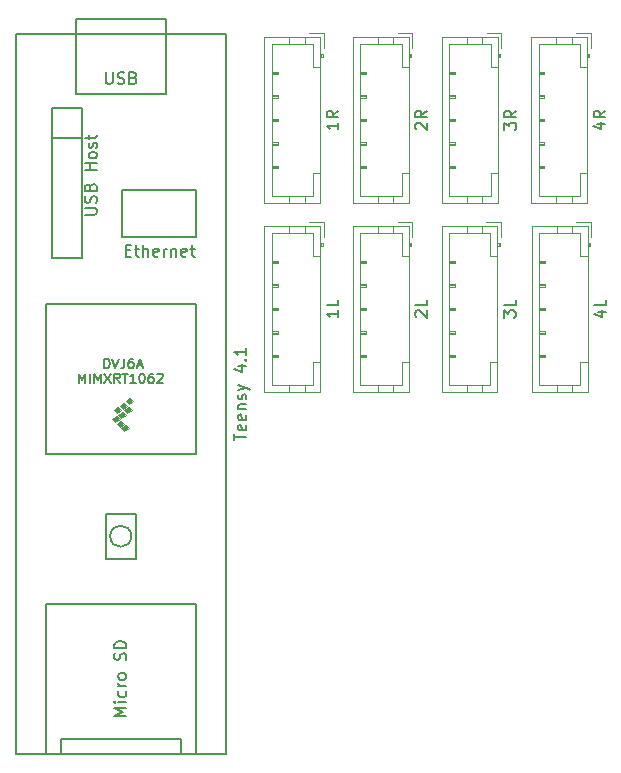
<source format=gto>
%TF.GenerationSoftware,KiCad,Pcbnew,9.0.4*%
%TF.CreationDate,2025-09-16T15:38:44-04:00*%
%TF.ProjectId,mic,6d69632e-6b69-4636-9164-5f7063625858,rev?*%
%TF.SameCoordinates,Original*%
%TF.FileFunction,Legend,Top*%
%TF.FilePolarity,Positive*%
%FSLAX46Y46*%
G04 Gerber Fmt 4.6, Leading zero omitted, Abs format (unit mm)*
G04 Created by KiCad (PCBNEW 9.0.4) date 2025-09-16 15:38:44*
%MOMM*%
%LPD*%
G01*
G04 APERTURE LIST*
%ADD10C,0.150000*%
%ADD11C,0.120000*%
%ADD12C,0.100000*%
G04 APERTURE END LIST*
D10*
X223354819Y-56738094D02*
X223354819Y-56119047D01*
X223354819Y-56119047D02*
X223735771Y-56452380D01*
X223735771Y-56452380D02*
X223735771Y-56309523D01*
X223735771Y-56309523D02*
X223783390Y-56214285D01*
X223783390Y-56214285D02*
X223831009Y-56166666D01*
X223831009Y-56166666D02*
X223926247Y-56119047D01*
X223926247Y-56119047D02*
X224164342Y-56119047D01*
X224164342Y-56119047D02*
X224259580Y-56166666D01*
X224259580Y-56166666D02*
X224307200Y-56214285D01*
X224307200Y-56214285D02*
X224354819Y-56309523D01*
X224354819Y-56309523D02*
X224354819Y-56595237D01*
X224354819Y-56595237D02*
X224307200Y-56690475D01*
X224307200Y-56690475D02*
X224259580Y-56738094D01*
X224354819Y-55214285D02*
X224354819Y-55690475D01*
X224354819Y-55690475D02*
X223354819Y-55690475D01*
X231288152Y-40309523D02*
X231954819Y-40309523D01*
X230907200Y-40547618D02*
X231621485Y-40785713D01*
X231621485Y-40785713D02*
X231621485Y-40166666D01*
X231954819Y-39214285D02*
X231478628Y-39547618D01*
X231954819Y-39785713D02*
X230954819Y-39785713D01*
X230954819Y-39785713D02*
X230954819Y-39404761D01*
X230954819Y-39404761D02*
X231002438Y-39309523D01*
X231002438Y-39309523D02*
X231050057Y-39261904D01*
X231050057Y-39261904D02*
X231145295Y-39214285D01*
X231145295Y-39214285D02*
X231288152Y-39214285D01*
X231288152Y-39214285D02*
X231383390Y-39261904D01*
X231383390Y-39261904D02*
X231431009Y-39309523D01*
X231431009Y-39309523D02*
X231478628Y-39404761D01*
X231478628Y-39404761D02*
X231478628Y-39785713D01*
X209354819Y-40214285D02*
X209354819Y-40785713D01*
X209354819Y-40499999D02*
X208354819Y-40499999D01*
X208354819Y-40499999D02*
X208497676Y-40595237D01*
X208497676Y-40595237D02*
X208592914Y-40690475D01*
X208592914Y-40690475D02*
X208640533Y-40785713D01*
X209354819Y-39214285D02*
X208878628Y-39547618D01*
X209354819Y-39785713D02*
X208354819Y-39785713D01*
X208354819Y-39785713D02*
X208354819Y-39404761D01*
X208354819Y-39404761D02*
X208402438Y-39309523D01*
X208402438Y-39309523D02*
X208450057Y-39261904D01*
X208450057Y-39261904D02*
X208545295Y-39214285D01*
X208545295Y-39214285D02*
X208688152Y-39214285D01*
X208688152Y-39214285D02*
X208783390Y-39261904D01*
X208783390Y-39261904D02*
X208831009Y-39309523D01*
X208831009Y-39309523D02*
X208878628Y-39404761D01*
X208878628Y-39404761D02*
X208878628Y-39785713D01*
X223404819Y-40833332D02*
X223404819Y-40214285D01*
X223404819Y-40214285D02*
X223785771Y-40547618D01*
X223785771Y-40547618D02*
X223785771Y-40404761D01*
X223785771Y-40404761D02*
X223833390Y-40309523D01*
X223833390Y-40309523D02*
X223881009Y-40261904D01*
X223881009Y-40261904D02*
X223976247Y-40214285D01*
X223976247Y-40214285D02*
X224214342Y-40214285D01*
X224214342Y-40214285D02*
X224309580Y-40261904D01*
X224309580Y-40261904D02*
X224357200Y-40309523D01*
X224357200Y-40309523D02*
X224404819Y-40404761D01*
X224404819Y-40404761D02*
X224404819Y-40690475D01*
X224404819Y-40690475D02*
X224357200Y-40785713D01*
X224357200Y-40785713D02*
X224309580Y-40833332D01*
X224404819Y-39214285D02*
X223928628Y-39547618D01*
X224404819Y-39785713D02*
X223404819Y-39785713D01*
X223404819Y-39785713D02*
X223404819Y-39404761D01*
X223404819Y-39404761D02*
X223452438Y-39309523D01*
X223452438Y-39309523D02*
X223500057Y-39261904D01*
X223500057Y-39261904D02*
X223595295Y-39214285D01*
X223595295Y-39214285D02*
X223738152Y-39214285D01*
X223738152Y-39214285D02*
X223833390Y-39261904D01*
X223833390Y-39261904D02*
X223881009Y-39309523D01*
X223881009Y-39309523D02*
X223928628Y-39404761D01*
X223928628Y-39404761D02*
X223928628Y-39785713D01*
X231338152Y-56214285D02*
X232004819Y-56214285D01*
X230957200Y-56452380D02*
X231671485Y-56690475D01*
X231671485Y-56690475D02*
X231671485Y-56071428D01*
X232004819Y-55214285D02*
X232004819Y-55690475D01*
X232004819Y-55690475D02*
X231004819Y-55690475D01*
X215950057Y-40785713D02*
X215902438Y-40738094D01*
X215902438Y-40738094D02*
X215854819Y-40642856D01*
X215854819Y-40642856D02*
X215854819Y-40404761D01*
X215854819Y-40404761D02*
X215902438Y-40309523D01*
X215902438Y-40309523D02*
X215950057Y-40261904D01*
X215950057Y-40261904D02*
X216045295Y-40214285D01*
X216045295Y-40214285D02*
X216140533Y-40214285D01*
X216140533Y-40214285D02*
X216283390Y-40261904D01*
X216283390Y-40261904D02*
X216854819Y-40833332D01*
X216854819Y-40833332D02*
X216854819Y-40214285D01*
X216854819Y-39214285D02*
X216378628Y-39547618D01*
X216854819Y-39785713D02*
X215854819Y-39785713D01*
X215854819Y-39785713D02*
X215854819Y-39404761D01*
X215854819Y-39404761D02*
X215902438Y-39309523D01*
X215902438Y-39309523D02*
X215950057Y-39261904D01*
X215950057Y-39261904D02*
X216045295Y-39214285D01*
X216045295Y-39214285D02*
X216188152Y-39214285D01*
X216188152Y-39214285D02*
X216283390Y-39261904D01*
X216283390Y-39261904D02*
X216331009Y-39309523D01*
X216331009Y-39309523D02*
X216378628Y-39404761D01*
X216378628Y-39404761D02*
X216378628Y-39785713D01*
X215950057Y-56690475D02*
X215902438Y-56642856D01*
X215902438Y-56642856D02*
X215854819Y-56547618D01*
X215854819Y-56547618D02*
X215854819Y-56309523D01*
X215854819Y-56309523D02*
X215902438Y-56214285D01*
X215902438Y-56214285D02*
X215950057Y-56166666D01*
X215950057Y-56166666D02*
X216045295Y-56119047D01*
X216045295Y-56119047D02*
X216140533Y-56119047D01*
X216140533Y-56119047D02*
X216283390Y-56166666D01*
X216283390Y-56166666D02*
X216854819Y-56738094D01*
X216854819Y-56738094D02*
X216854819Y-56119047D01*
X216854819Y-55214285D02*
X216854819Y-55690475D01*
X216854819Y-55690475D02*
X215854819Y-55690475D01*
X209354819Y-56119047D02*
X209354819Y-56690475D01*
X209354819Y-56404761D02*
X208354819Y-56404761D01*
X208354819Y-56404761D02*
X208497676Y-56499999D01*
X208497676Y-56499999D02*
X208592914Y-56595237D01*
X208592914Y-56595237D02*
X208640533Y-56690475D01*
X209354819Y-55214285D02*
X209354819Y-55690475D01*
X209354819Y-55690475D02*
X208354819Y-55690475D01*
X200534819Y-67122380D02*
X200534819Y-66550952D01*
X201534819Y-66836666D02*
X200534819Y-66836666D01*
X201487200Y-65836666D02*
X201534819Y-65931904D01*
X201534819Y-65931904D02*
X201534819Y-66122380D01*
X201534819Y-66122380D02*
X201487200Y-66217618D01*
X201487200Y-66217618D02*
X201391961Y-66265237D01*
X201391961Y-66265237D02*
X201011009Y-66265237D01*
X201011009Y-66265237D02*
X200915771Y-66217618D01*
X200915771Y-66217618D02*
X200868152Y-66122380D01*
X200868152Y-66122380D02*
X200868152Y-65931904D01*
X200868152Y-65931904D02*
X200915771Y-65836666D01*
X200915771Y-65836666D02*
X201011009Y-65789047D01*
X201011009Y-65789047D02*
X201106247Y-65789047D01*
X201106247Y-65789047D02*
X201201485Y-66265237D01*
X201487200Y-64979523D02*
X201534819Y-65074761D01*
X201534819Y-65074761D02*
X201534819Y-65265237D01*
X201534819Y-65265237D02*
X201487200Y-65360475D01*
X201487200Y-65360475D02*
X201391961Y-65408094D01*
X201391961Y-65408094D02*
X201011009Y-65408094D01*
X201011009Y-65408094D02*
X200915771Y-65360475D01*
X200915771Y-65360475D02*
X200868152Y-65265237D01*
X200868152Y-65265237D02*
X200868152Y-65074761D01*
X200868152Y-65074761D02*
X200915771Y-64979523D01*
X200915771Y-64979523D02*
X201011009Y-64931904D01*
X201011009Y-64931904D02*
X201106247Y-64931904D01*
X201106247Y-64931904D02*
X201201485Y-65408094D01*
X200868152Y-64503332D02*
X201534819Y-64503332D01*
X200963390Y-64503332D02*
X200915771Y-64455713D01*
X200915771Y-64455713D02*
X200868152Y-64360475D01*
X200868152Y-64360475D02*
X200868152Y-64217618D01*
X200868152Y-64217618D02*
X200915771Y-64122380D01*
X200915771Y-64122380D02*
X201011009Y-64074761D01*
X201011009Y-64074761D02*
X201534819Y-64074761D01*
X201487200Y-63646189D02*
X201534819Y-63550951D01*
X201534819Y-63550951D02*
X201534819Y-63360475D01*
X201534819Y-63360475D02*
X201487200Y-63265237D01*
X201487200Y-63265237D02*
X201391961Y-63217618D01*
X201391961Y-63217618D02*
X201344342Y-63217618D01*
X201344342Y-63217618D02*
X201249104Y-63265237D01*
X201249104Y-63265237D02*
X201201485Y-63360475D01*
X201201485Y-63360475D02*
X201201485Y-63503332D01*
X201201485Y-63503332D02*
X201153866Y-63598570D01*
X201153866Y-63598570D02*
X201058628Y-63646189D01*
X201058628Y-63646189D02*
X201011009Y-63646189D01*
X201011009Y-63646189D02*
X200915771Y-63598570D01*
X200915771Y-63598570D02*
X200868152Y-63503332D01*
X200868152Y-63503332D02*
X200868152Y-63360475D01*
X200868152Y-63360475D02*
X200915771Y-63265237D01*
X200868152Y-62884284D02*
X201534819Y-62646189D01*
X200868152Y-62408094D02*
X201534819Y-62646189D01*
X201534819Y-62646189D02*
X201772914Y-62741427D01*
X201772914Y-62741427D02*
X201820533Y-62789046D01*
X201820533Y-62789046D02*
X201868152Y-62884284D01*
X200868152Y-60836665D02*
X201534819Y-60836665D01*
X200487200Y-61074760D02*
X201201485Y-61312855D01*
X201201485Y-61312855D02*
X201201485Y-60693808D01*
X201439580Y-60312855D02*
X201487200Y-60265236D01*
X201487200Y-60265236D02*
X201534819Y-60312855D01*
X201534819Y-60312855D02*
X201487200Y-60360474D01*
X201487200Y-60360474D02*
X201439580Y-60312855D01*
X201439580Y-60312855D02*
X201534819Y-60312855D01*
X201534819Y-59312856D02*
X201534819Y-59884284D01*
X201534819Y-59598570D02*
X200534819Y-59598570D01*
X200534819Y-59598570D02*
X200677676Y-59693808D01*
X200677676Y-59693808D02*
X200772914Y-59789046D01*
X200772914Y-59789046D02*
X200820533Y-59884284D01*
X189519048Y-60992295D02*
X189519048Y-60192295D01*
X189519048Y-60192295D02*
X189709524Y-60192295D01*
X189709524Y-60192295D02*
X189823810Y-60230390D01*
X189823810Y-60230390D02*
X189900000Y-60306580D01*
X189900000Y-60306580D02*
X189938095Y-60382771D01*
X189938095Y-60382771D02*
X189976191Y-60535152D01*
X189976191Y-60535152D02*
X189976191Y-60649438D01*
X189976191Y-60649438D02*
X189938095Y-60801819D01*
X189938095Y-60801819D02*
X189900000Y-60878009D01*
X189900000Y-60878009D02*
X189823810Y-60954200D01*
X189823810Y-60954200D02*
X189709524Y-60992295D01*
X189709524Y-60992295D02*
X189519048Y-60992295D01*
X190204762Y-60192295D02*
X190471429Y-60992295D01*
X190471429Y-60992295D02*
X190738095Y-60192295D01*
X191233333Y-60192295D02*
X191233333Y-60763723D01*
X191233333Y-60763723D02*
X191195238Y-60878009D01*
X191195238Y-60878009D02*
X191119047Y-60954200D01*
X191119047Y-60954200D02*
X191004762Y-60992295D01*
X191004762Y-60992295D02*
X190928571Y-60992295D01*
X191957143Y-60192295D02*
X191804762Y-60192295D01*
X191804762Y-60192295D02*
X191728571Y-60230390D01*
X191728571Y-60230390D02*
X191690476Y-60268485D01*
X191690476Y-60268485D02*
X191614286Y-60382771D01*
X191614286Y-60382771D02*
X191576190Y-60535152D01*
X191576190Y-60535152D02*
X191576190Y-60839914D01*
X191576190Y-60839914D02*
X191614286Y-60916104D01*
X191614286Y-60916104D02*
X191652381Y-60954200D01*
X191652381Y-60954200D02*
X191728571Y-60992295D01*
X191728571Y-60992295D02*
X191880952Y-60992295D01*
X191880952Y-60992295D02*
X191957143Y-60954200D01*
X191957143Y-60954200D02*
X191995238Y-60916104D01*
X191995238Y-60916104D02*
X192033333Y-60839914D01*
X192033333Y-60839914D02*
X192033333Y-60649438D01*
X192033333Y-60649438D02*
X191995238Y-60573247D01*
X191995238Y-60573247D02*
X191957143Y-60535152D01*
X191957143Y-60535152D02*
X191880952Y-60497057D01*
X191880952Y-60497057D02*
X191728571Y-60497057D01*
X191728571Y-60497057D02*
X191652381Y-60535152D01*
X191652381Y-60535152D02*
X191614286Y-60573247D01*
X191614286Y-60573247D02*
X191576190Y-60649438D01*
X192338095Y-60763723D02*
X192719048Y-60763723D01*
X192261905Y-60992295D02*
X192528572Y-60192295D01*
X192528572Y-60192295D02*
X192795238Y-60992295D01*
X187396190Y-62262295D02*
X187396190Y-61462295D01*
X187396190Y-61462295D02*
X187662856Y-62033723D01*
X187662856Y-62033723D02*
X187929523Y-61462295D01*
X187929523Y-61462295D02*
X187929523Y-62262295D01*
X188310476Y-62262295D02*
X188310476Y-61462295D01*
X188691428Y-62262295D02*
X188691428Y-61462295D01*
X188691428Y-61462295D02*
X188958094Y-62033723D01*
X188958094Y-62033723D02*
X189224761Y-61462295D01*
X189224761Y-61462295D02*
X189224761Y-62262295D01*
X189529523Y-61462295D02*
X190062857Y-62262295D01*
X190062857Y-61462295D02*
X189529523Y-62262295D01*
X190824762Y-62262295D02*
X190558095Y-61881342D01*
X190367619Y-62262295D02*
X190367619Y-61462295D01*
X190367619Y-61462295D02*
X190672381Y-61462295D01*
X190672381Y-61462295D02*
X190748571Y-61500390D01*
X190748571Y-61500390D02*
X190786666Y-61538485D01*
X190786666Y-61538485D02*
X190824762Y-61614676D01*
X190824762Y-61614676D02*
X190824762Y-61728961D01*
X190824762Y-61728961D02*
X190786666Y-61805152D01*
X190786666Y-61805152D02*
X190748571Y-61843247D01*
X190748571Y-61843247D02*
X190672381Y-61881342D01*
X190672381Y-61881342D02*
X190367619Y-61881342D01*
X191053333Y-61462295D02*
X191510476Y-61462295D01*
X191281904Y-62262295D02*
X191281904Y-61462295D01*
X192196190Y-62262295D02*
X191739047Y-62262295D01*
X191967619Y-62262295D02*
X191967619Y-61462295D01*
X191967619Y-61462295D02*
X191891428Y-61576580D01*
X191891428Y-61576580D02*
X191815238Y-61652771D01*
X191815238Y-61652771D02*
X191739047Y-61690866D01*
X192691429Y-61462295D02*
X192767619Y-61462295D01*
X192767619Y-61462295D02*
X192843810Y-61500390D01*
X192843810Y-61500390D02*
X192881905Y-61538485D01*
X192881905Y-61538485D02*
X192920000Y-61614676D01*
X192920000Y-61614676D02*
X192958095Y-61767057D01*
X192958095Y-61767057D02*
X192958095Y-61957533D01*
X192958095Y-61957533D02*
X192920000Y-62109914D01*
X192920000Y-62109914D02*
X192881905Y-62186104D01*
X192881905Y-62186104D02*
X192843810Y-62224200D01*
X192843810Y-62224200D02*
X192767619Y-62262295D01*
X192767619Y-62262295D02*
X192691429Y-62262295D01*
X192691429Y-62262295D02*
X192615238Y-62224200D01*
X192615238Y-62224200D02*
X192577143Y-62186104D01*
X192577143Y-62186104D02*
X192539048Y-62109914D01*
X192539048Y-62109914D02*
X192500952Y-61957533D01*
X192500952Y-61957533D02*
X192500952Y-61767057D01*
X192500952Y-61767057D02*
X192539048Y-61614676D01*
X192539048Y-61614676D02*
X192577143Y-61538485D01*
X192577143Y-61538485D02*
X192615238Y-61500390D01*
X192615238Y-61500390D02*
X192691429Y-61462295D01*
X193643810Y-61462295D02*
X193491429Y-61462295D01*
X193491429Y-61462295D02*
X193415238Y-61500390D01*
X193415238Y-61500390D02*
X193377143Y-61538485D01*
X193377143Y-61538485D02*
X193300953Y-61652771D01*
X193300953Y-61652771D02*
X193262857Y-61805152D01*
X193262857Y-61805152D02*
X193262857Y-62109914D01*
X193262857Y-62109914D02*
X193300953Y-62186104D01*
X193300953Y-62186104D02*
X193339048Y-62224200D01*
X193339048Y-62224200D02*
X193415238Y-62262295D01*
X193415238Y-62262295D02*
X193567619Y-62262295D01*
X193567619Y-62262295D02*
X193643810Y-62224200D01*
X193643810Y-62224200D02*
X193681905Y-62186104D01*
X193681905Y-62186104D02*
X193720000Y-62109914D01*
X193720000Y-62109914D02*
X193720000Y-61919438D01*
X193720000Y-61919438D02*
X193681905Y-61843247D01*
X193681905Y-61843247D02*
X193643810Y-61805152D01*
X193643810Y-61805152D02*
X193567619Y-61767057D01*
X193567619Y-61767057D02*
X193415238Y-61767057D01*
X193415238Y-61767057D02*
X193339048Y-61805152D01*
X193339048Y-61805152D02*
X193300953Y-61843247D01*
X193300953Y-61843247D02*
X193262857Y-61919438D01*
X194024762Y-61538485D02*
X194062858Y-61500390D01*
X194062858Y-61500390D02*
X194139048Y-61462295D01*
X194139048Y-61462295D02*
X194329524Y-61462295D01*
X194329524Y-61462295D02*
X194405715Y-61500390D01*
X194405715Y-61500390D02*
X194443810Y-61538485D01*
X194443810Y-61538485D02*
X194481905Y-61614676D01*
X194481905Y-61614676D02*
X194481905Y-61690866D01*
X194481905Y-61690866D02*
X194443810Y-61805152D01*
X194443810Y-61805152D02*
X193986667Y-62262295D01*
X193986667Y-62262295D02*
X194481905Y-62262295D01*
X191374819Y-90419047D02*
X190374819Y-90419047D01*
X190374819Y-90419047D02*
X191089104Y-90085714D01*
X191089104Y-90085714D02*
X190374819Y-89752381D01*
X190374819Y-89752381D02*
X191374819Y-89752381D01*
X191374819Y-89276190D02*
X190708152Y-89276190D01*
X190374819Y-89276190D02*
X190422438Y-89323809D01*
X190422438Y-89323809D02*
X190470057Y-89276190D01*
X190470057Y-89276190D02*
X190422438Y-89228571D01*
X190422438Y-89228571D02*
X190374819Y-89276190D01*
X190374819Y-89276190D02*
X190470057Y-89276190D01*
X191327200Y-88371429D02*
X191374819Y-88466667D01*
X191374819Y-88466667D02*
X191374819Y-88657143D01*
X191374819Y-88657143D02*
X191327200Y-88752381D01*
X191327200Y-88752381D02*
X191279580Y-88800000D01*
X191279580Y-88800000D02*
X191184342Y-88847619D01*
X191184342Y-88847619D02*
X190898628Y-88847619D01*
X190898628Y-88847619D02*
X190803390Y-88800000D01*
X190803390Y-88800000D02*
X190755771Y-88752381D01*
X190755771Y-88752381D02*
X190708152Y-88657143D01*
X190708152Y-88657143D02*
X190708152Y-88466667D01*
X190708152Y-88466667D02*
X190755771Y-88371429D01*
X191374819Y-87942857D02*
X190708152Y-87942857D01*
X190898628Y-87942857D02*
X190803390Y-87895238D01*
X190803390Y-87895238D02*
X190755771Y-87847619D01*
X190755771Y-87847619D02*
X190708152Y-87752381D01*
X190708152Y-87752381D02*
X190708152Y-87657143D01*
X191374819Y-87180952D02*
X191327200Y-87276190D01*
X191327200Y-87276190D02*
X191279580Y-87323809D01*
X191279580Y-87323809D02*
X191184342Y-87371428D01*
X191184342Y-87371428D02*
X190898628Y-87371428D01*
X190898628Y-87371428D02*
X190803390Y-87323809D01*
X190803390Y-87323809D02*
X190755771Y-87276190D01*
X190755771Y-87276190D02*
X190708152Y-87180952D01*
X190708152Y-87180952D02*
X190708152Y-87038095D01*
X190708152Y-87038095D02*
X190755771Y-86942857D01*
X190755771Y-86942857D02*
X190803390Y-86895238D01*
X190803390Y-86895238D02*
X190898628Y-86847619D01*
X190898628Y-86847619D02*
X191184342Y-86847619D01*
X191184342Y-86847619D02*
X191279580Y-86895238D01*
X191279580Y-86895238D02*
X191327200Y-86942857D01*
X191327200Y-86942857D02*
X191374819Y-87038095D01*
X191374819Y-87038095D02*
X191374819Y-87180952D01*
X191327200Y-85704761D02*
X191374819Y-85561904D01*
X191374819Y-85561904D02*
X191374819Y-85323809D01*
X191374819Y-85323809D02*
X191327200Y-85228571D01*
X191327200Y-85228571D02*
X191279580Y-85180952D01*
X191279580Y-85180952D02*
X191184342Y-85133333D01*
X191184342Y-85133333D02*
X191089104Y-85133333D01*
X191089104Y-85133333D02*
X190993866Y-85180952D01*
X190993866Y-85180952D02*
X190946247Y-85228571D01*
X190946247Y-85228571D02*
X190898628Y-85323809D01*
X190898628Y-85323809D02*
X190851009Y-85514285D01*
X190851009Y-85514285D02*
X190803390Y-85609523D01*
X190803390Y-85609523D02*
X190755771Y-85657142D01*
X190755771Y-85657142D02*
X190660533Y-85704761D01*
X190660533Y-85704761D02*
X190565295Y-85704761D01*
X190565295Y-85704761D02*
X190470057Y-85657142D01*
X190470057Y-85657142D02*
X190422438Y-85609523D01*
X190422438Y-85609523D02*
X190374819Y-85514285D01*
X190374819Y-85514285D02*
X190374819Y-85276190D01*
X190374819Y-85276190D02*
X190422438Y-85133333D01*
X191374819Y-84704761D02*
X190374819Y-84704761D01*
X190374819Y-84704761D02*
X190374819Y-84466666D01*
X190374819Y-84466666D02*
X190422438Y-84323809D01*
X190422438Y-84323809D02*
X190517676Y-84228571D01*
X190517676Y-84228571D02*
X190612914Y-84180952D01*
X190612914Y-84180952D02*
X190803390Y-84133333D01*
X190803390Y-84133333D02*
X190946247Y-84133333D01*
X190946247Y-84133333D02*
X191136723Y-84180952D01*
X191136723Y-84180952D02*
X191231961Y-84228571D01*
X191231961Y-84228571D02*
X191327200Y-84323809D01*
X191327200Y-84323809D02*
X191374819Y-84466666D01*
X191374819Y-84466666D02*
X191374819Y-84704761D01*
X189658095Y-35954819D02*
X189658095Y-36764342D01*
X189658095Y-36764342D02*
X189705714Y-36859580D01*
X189705714Y-36859580D02*
X189753333Y-36907200D01*
X189753333Y-36907200D02*
X189848571Y-36954819D01*
X189848571Y-36954819D02*
X190039047Y-36954819D01*
X190039047Y-36954819D02*
X190134285Y-36907200D01*
X190134285Y-36907200D02*
X190181904Y-36859580D01*
X190181904Y-36859580D02*
X190229523Y-36764342D01*
X190229523Y-36764342D02*
X190229523Y-35954819D01*
X190658095Y-36907200D02*
X190800952Y-36954819D01*
X190800952Y-36954819D02*
X191039047Y-36954819D01*
X191039047Y-36954819D02*
X191134285Y-36907200D01*
X191134285Y-36907200D02*
X191181904Y-36859580D01*
X191181904Y-36859580D02*
X191229523Y-36764342D01*
X191229523Y-36764342D02*
X191229523Y-36669104D01*
X191229523Y-36669104D02*
X191181904Y-36573866D01*
X191181904Y-36573866D02*
X191134285Y-36526247D01*
X191134285Y-36526247D02*
X191039047Y-36478628D01*
X191039047Y-36478628D02*
X190848571Y-36431009D01*
X190848571Y-36431009D02*
X190753333Y-36383390D01*
X190753333Y-36383390D02*
X190705714Y-36335771D01*
X190705714Y-36335771D02*
X190658095Y-36240533D01*
X190658095Y-36240533D02*
X190658095Y-36145295D01*
X190658095Y-36145295D02*
X190705714Y-36050057D01*
X190705714Y-36050057D02*
X190753333Y-36002438D01*
X190753333Y-36002438D02*
X190848571Y-35954819D01*
X190848571Y-35954819D02*
X191086666Y-35954819D01*
X191086666Y-35954819D02*
X191229523Y-36002438D01*
X191991428Y-36431009D02*
X192134285Y-36478628D01*
X192134285Y-36478628D02*
X192181904Y-36526247D01*
X192181904Y-36526247D02*
X192229523Y-36621485D01*
X192229523Y-36621485D02*
X192229523Y-36764342D01*
X192229523Y-36764342D02*
X192181904Y-36859580D01*
X192181904Y-36859580D02*
X192134285Y-36907200D01*
X192134285Y-36907200D02*
X192039047Y-36954819D01*
X192039047Y-36954819D02*
X191658095Y-36954819D01*
X191658095Y-36954819D02*
X191658095Y-35954819D01*
X191658095Y-35954819D02*
X191991428Y-35954819D01*
X191991428Y-35954819D02*
X192086666Y-36002438D01*
X192086666Y-36002438D02*
X192134285Y-36050057D01*
X192134285Y-36050057D02*
X192181904Y-36145295D01*
X192181904Y-36145295D02*
X192181904Y-36240533D01*
X192181904Y-36240533D02*
X192134285Y-36335771D01*
X192134285Y-36335771D02*
X192086666Y-36383390D01*
X192086666Y-36383390D02*
X191991428Y-36431009D01*
X191991428Y-36431009D02*
X191658095Y-36431009D01*
X191339456Y-51036009D02*
X191672789Y-51036009D01*
X191815646Y-51559819D02*
X191339456Y-51559819D01*
X191339456Y-51559819D02*
X191339456Y-50559819D01*
X191339456Y-50559819D02*
X191815646Y-50559819D01*
X192101361Y-50893152D02*
X192482313Y-50893152D01*
X192244218Y-50559819D02*
X192244218Y-51416961D01*
X192244218Y-51416961D02*
X192291837Y-51512200D01*
X192291837Y-51512200D02*
X192387075Y-51559819D01*
X192387075Y-51559819D02*
X192482313Y-51559819D01*
X192815647Y-51559819D02*
X192815647Y-50559819D01*
X193244218Y-51559819D02*
X193244218Y-51036009D01*
X193244218Y-51036009D02*
X193196599Y-50940771D01*
X193196599Y-50940771D02*
X193101361Y-50893152D01*
X193101361Y-50893152D02*
X192958504Y-50893152D01*
X192958504Y-50893152D02*
X192863266Y-50940771D01*
X192863266Y-50940771D02*
X192815647Y-50988390D01*
X194101361Y-51512200D02*
X194006123Y-51559819D01*
X194006123Y-51559819D02*
X193815647Y-51559819D01*
X193815647Y-51559819D02*
X193720409Y-51512200D01*
X193720409Y-51512200D02*
X193672790Y-51416961D01*
X193672790Y-51416961D02*
X193672790Y-51036009D01*
X193672790Y-51036009D02*
X193720409Y-50940771D01*
X193720409Y-50940771D02*
X193815647Y-50893152D01*
X193815647Y-50893152D02*
X194006123Y-50893152D01*
X194006123Y-50893152D02*
X194101361Y-50940771D01*
X194101361Y-50940771D02*
X194148980Y-51036009D01*
X194148980Y-51036009D02*
X194148980Y-51131247D01*
X194148980Y-51131247D02*
X193672790Y-51226485D01*
X194577552Y-51559819D02*
X194577552Y-50893152D01*
X194577552Y-51083628D02*
X194625171Y-50988390D01*
X194625171Y-50988390D02*
X194672790Y-50940771D01*
X194672790Y-50940771D02*
X194768028Y-50893152D01*
X194768028Y-50893152D02*
X194863266Y-50893152D01*
X195196600Y-50893152D02*
X195196600Y-51559819D01*
X195196600Y-50988390D02*
X195244219Y-50940771D01*
X195244219Y-50940771D02*
X195339457Y-50893152D01*
X195339457Y-50893152D02*
X195482314Y-50893152D01*
X195482314Y-50893152D02*
X195577552Y-50940771D01*
X195577552Y-50940771D02*
X195625171Y-51036009D01*
X195625171Y-51036009D02*
X195625171Y-51559819D01*
X196482314Y-51512200D02*
X196387076Y-51559819D01*
X196387076Y-51559819D02*
X196196600Y-51559819D01*
X196196600Y-51559819D02*
X196101362Y-51512200D01*
X196101362Y-51512200D02*
X196053743Y-51416961D01*
X196053743Y-51416961D02*
X196053743Y-51036009D01*
X196053743Y-51036009D02*
X196101362Y-50940771D01*
X196101362Y-50940771D02*
X196196600Y-50893152D01*
X196196600Y-50893152D02*
X196387076Y-50893152D01*
X196387076Y-50893152D02*
X196482314Y-50940771D01*
X196482314Y-50940771D02*
X196529933Y-51036009D01*
X196529933Y-51036009D02*
X196529933Y-51131247D01*
X196529933Y-51131247D02*
X196053743Y-51226485D01*
X196815648Y-50893152D02*
X197196600Y-50893152D01*
X196958505Y-50559819D02*
X196958505Y-51416961D01*
X196958505Y-51416961D02*
X197006124Y-51512200D01*
X197006124Y-51512200D02*
X197101362Y-51559819D01*
X197101362Y-51559819D02*
X197196600Y-51559819D01*
X187885619Y-48013723D02*
X188695142Y-48013723D01*
X188695142Y-48013723D02*
X188790380Y-47966104D01*
X188790380Y-47966104D02*
X188838000Y-47918485D01*
X188838000Y-47918485D02*
X188885619Y-47823247D01*
X188885619Y-47823247D02*
X188885619Y-47632771D01*
X188885619Y-47632771D02*
X188838000Y-47537533D01*
X188838000Y-47537533D02*
X188790380Y-47489914D01*
X188790380Y-47489914D02*
X188695142Y-47442295D01*
X188695142Y-47442295D02*
X187885619Y-47442295D01*
X188838000Y-47013723D02*
X188885619Y-46870866D01*
X188885619Y-46870866D02*
X188885619Y-46632771D01*
X188885619Y-46632771D02*
X188838000Y-46537533D01*
X188838000Y-46537533D02*
X188790380Y-46489914D01*
X188790380Y-46489914D02*
X188695142Y-46442295D01*
X188695142Y-46442295D02*
X188599904Y-46442295D01*
X188599904Y-46442295D02*
X188504666Y-46489914D01*
X188504666Y-46489914D02*
X188457047Y-46537533D01*
X188457047Y-46537533D02*
X188409428Y-46632771D01*
X188409428Y-46632771D02*
X188361809Y-46823247D01*
X188361809Y-46823247D02*
X188314190Y-46918485D01*
X188314190Y-46918485D02*
X188266571Y-46966104D01*
X188266571Y-46966104D02*
X188171333Y-47013723D01*
X188171333Y-47013723D02*
X188076095Y-47013723D01*
X188076095Y-47013723D02*
X187980857Y-46966104D01*
X187980857Y-46966104D02*
X187933238Y-46918485D01*
X187933238Y-46918485D02*
X187885619Y-46823247D01*
X187885619Y-46823247D02*
X187885619Y-46585152D01*
X187885619Y-46585152D02*
X187933238Y-46442295D01*
X188361809Y-45680390D02*
X188409428Y-45537533D01*
X188409428Y-45537533D02*
X188457047Y-45489914D01*
X188457047Y-45489914D02*
X188552285Y-45442295D01*
X188552285Y-45442295D02*
X188695142Y-45442295D01*
X188695142Y-45442295D02*
X188790380Y-45489914D01*
X188790380Y-45489914D02*
X188838000Y-45537533D01*
X188838000Y-45537533D02*
X188885619Y-45632771D01*
X188885619Y-45632771D02*
X188885619Y-46013723D01*
X188885619Y-46013723D02*
X187885619Y-46013723D01*
X187885619Y-46013723D02*
X187885619Y-45680390D01*
X187885619Y-45680390D02*
X187933238Y-45585152D01*
X187933238Y-45585152D02*
X187980857Y-45537533D01*
X187980857Y-45537533D02*
X188076095Y-45489914D01*
X188076095Y-45489914D02*
X188171333Y-45489914D01*
X188171333Y-45489914D02*
X188266571Y-45537533D01*
X188266571Y-45537533D02*
X188314190Y-45585152D01*
X188314190Y-45585152D02*
X188361809Y-45680390D01*
X188361809Y-45680390D02*
X188361809Y-46013723D01*
X188885619Y-44251818D02*
X187885619Y-44251818D01*
X188361809Y-44251818D02*
X188361809Y-43680390D01*
X188885619Y-43680390D02*
X187885619Y-43680390D01*
X188885619Y-43061342D02*
X188838000Y-43156580D01*
X188838000Y-43156580D02*
X188790380Y-43204199D01*
X188790380Y-43204199D02*
X188695142Y-43251818D01*
X188695142Y-43251818D02*
X188409428Y-43251818D01*
X188409428Y-43251818D02*
X188314190Y-43204199D01*
X188314190Y-43204199D02*
X188266571Y-43156580D01*
X188266571Y-43156580D02*
X188218952Y-43061342D01*
X188218952Y-43061342D02*
X188218952Y-42918485D01*
X188218952Y-42918485D02*
X188266571Y-42823247D01*
X188266571Y-42823247D02*
X188314190Y-42775628D01*
X188314190Y-42775628D02*
X188409428Y-42728009D01*
X188409428Y-42728009D02*
X188695142Y-42728009D01*
X188695142Y-42728009D02*
X188790380Y-42775628D01*
X188790380Y-42775628D02*
X188838000Y-42823247D01*
X188838000Y-42823247D02*
X188885619Y-42918485D01*
X188885619Y-42918485D02*
X188885619Y-43061342D01*
X188838000Y-42347056D02*
X188885619Y-42251818D01*
X188885619Y-42251818D02*
X188885619Y-42061342D01*
X188885619Y-42061342D02*
X188838000Y-41966104D01*
X188838000Y-41966104D02*
X188742761Y-41918485D01*
X188742761Y-41918485D02*
X188695142Y-41918485D01*
X188695142Y-41918485D02*
X188599904Y-41966104D01*
X188599904Y-41966104D02*
X188552285Y-42061342D01*
X188552285Y-42061342D02*
X188552285Y-42204199D01*
X188552285Y-42204199D02*
X188504666Y-42299437D01*
X188504666Y-42299437D02*
X188409428Y-42347056D01*
X188409428Y-42347056D02*
X188361809Y-42347056D01*
X188361809Y-42347056D02*
X188266571Y-42299437D01*
X188266571Y-42299437D02*
X188218952Y-42204199D01*
X188218952Y-42204199D02*
X188218952Y-42061342D01*
X188218952Y-42061342D02*
X188266571Y-41966104D01*
X188218952Y-41632770D02*
X188218952Y-41251818D01*
X187885619Y-41489913D02*
X188742761Y-41489913D01*
X188742761Y-41489913D02*
X188838000Y-41442294D01*
X188838000Y-41442294D02*
X188885619Y-41347056D01*
X188885619Y-41347056D02*
X188885619Y-41251818D01*
D11*
%TO.C,3L*%
X218090000Y-63060000D02*
X222810000Y-63060000D01*
X220200000Y-63060000D02*
X220200000Y-62450000D01*
X221500000Y-63060000D02*
X221500000Y-62450000D01*
X222810000Y-63060000D02*
X222810000Y-48940000D01*
X218700000Y-62450000D02*
X222200000Y-62450000D01*
X222200000Y-62450000D02*
X222200000Y-60500000D01*
X222200000Y-60500000D02*
X222810000Y-60500000D01*
X219200000Y-60100000D02*
X218700000Y-60100000D01*
X218700000Y-60000000D02*
X219200000Y-60000000D01*
X218700000Y-59900000D02*
X219200000Y-59900000D01*
X219200000Y-59900000D02*
X219200000Y-60100000D01*
X219200000Y-58100000D02*
X218700000Y-58100000D01*
X218700000Y-58000000D02*
X219200000Y-58000000D01*
X218700000Y-57900000D02*
X219200000Y-57900000D01*
X219200000Y-57900000D02*
X219200000Y-58100000D01*
X219200000Y-56100000D02*
X218700000Y-56100000D01*
X218700000Y-56000000D02*
X219200000Y-56000000D01*
X218700000Y-55900000D02*
X219200000Y-55900000D01*
X219200000Y-55900000D02*
X219200000Y-56100000D01*
X219200000Y-54100000D02*
X218700000Y-54100000D01*
X218700000Y-54000000D02*
X219200000Y-54000000D01*
X218700000Y-53900000D02*
X219200000Y-53900000D01*
X219200000Y-53900000D02*
X219200000Y-54100000D01*
X219200000Y-52100000D02*
X218700000Y-52100000D01*
X218700000Y-52000000D02*
X219200000Y-52000000D01*
X218700000Y-51900000D02*
X219200000Y-51900000D01*
X219200000Y-51900000D02*
X219200000Y-52100000D01*
X222200000Y-51500000D02*
X222200000Y-49550000D01*
X222810000Y-51500000D02*
X222200000Y-51500000D01*
X222810000Y-50700000D02*
X223010000Y-50700000D01*
X222910000Y-50700000D02*
X222910000Y-50400000D01*
X223010000Y-50700000D02*
X223010000Y-50400000D01*
X223010000Y-50400000D02*
X222810000Y-50400000D01*
X223110000Y-49890000D02*
X223110000Y-48640000D01*
X218700000Y-49550000D02*
X218700000Y-62450000D01*
X222200000Y-49550000D02*
X218700000Y-49550000D01*
X218090000Y-48940000D02*
X218090000Y-63060000D01*
X220200000Y-48940000D02*
X220200000Y-49550000D01*
X221500000Y-48940000D02*
X221500000Y-49550000D01*
X222810000Y-48940000D02*
X218090000Y-48940000D01*
X223110000Y-48640000D02*
X221860000Y-48640000D01*
%TO.C,4R*%
X230710000Y-32640000D02*
X229460000Y-32640000D01*
X230410000Y-32940000D02*
X225690000Y-32940000D01*
X229100000Y-32940000D02*
X229100000Y-33550000D01*
X227800000Y-32940000D02*
X227800000Y-33550000D01*
X225690000Y-32940000D02*
X225690000Y-47060000D01*
X229800000Y-33550000D02*
X226300000Y-33550000D01*
X226300000Y-33550000D02*
X226300000Y-46450000D01*
X230710000Y-33890000D02*
X230710000Y-32640000D01*
X230610000Y-34400000D02*
X230410000Y-34400000D01*
X230610000Y-34700000D02*
X230610000Y-34400000D01*
X230510000Y-34700000D02*
X230510000Y-34400000D01*
X230410000Y-34700000D02*
X230610000Y-34700000D01*
X230410000Y-35500000D02*
X229800000Y-35500000D01*
X229800000Y-35500000D02*
X229800000Y-33550000D01*
X226800000Y-35900000D02*
X226800000Y-36100000D01*
X226300000Y-35900000D02*
X226800000Y-35900000D01*
X226300000Y-36000000D02*
X226800000Y-36000000D01*
X226800000Y-36100000D02*
X226300000Y-36100000D01*
X226800000Y-37900000D02*
X226800000Y-38100000D01*
X226300000Y-37900000D02*
X226800000Y-37900000D01*
X226300000Y-38000000D02*
X226800000Y-38000000D01*
X226800000Y-38100000D02*
X226300000Y-38100000D01*
X226800000Y-39900000D02*
X226800000Y-40100000D01*
X226300000Y-39900000D02*
X226800000Y-39900000D01*
X226300000Y-40000000D02*
X226800000Y-40000000D01*
X226800000Y-40100000D02*
X226300000Y-40100000D01*
X226800000Y-41900000D02*
X226800000Y-42100000D01*
X226300000Y-41900000D02*
X226800000Y-41900000D01*
X226300000Y-42000000D02*
X226800000Y-42000000D01*
X226800000Y-42100000D02*
X226300000Y-42100000D01*
X226800000Y-43900000D02*
X226800000Y-44100000D01*
X226300000Y-43900000D02*
X226800000Y-43900000D01*
X226300000Y-44000000D02*
X226800000Y-44000000D01*
X226800000Y-44100000D02*
X226300000Y-44100000D01*
X229800000Y-44500000D02*
X230410000Y-44500000D01*
X229800000Y-46450000D02*
X229800000Y-44500000D01*
X226300000Y-46450000D02*
X229800000Y-46450000D01*
X230410000Y-47060000D02*
X230410000Y-32940000D01*
X229100000Y-47060000D02*
X229100000Y-46450000D01*
X227800000Y-47060000D02*
X227800000Y-46450000D01*
X225690000Y-47060000D02*
X230410000Y-47060000D01*
%TO.C,1R*%
X208110000Y-32640000D02*
X206860000Y-32640000D01*
X207810000Y-32940000D02*
X203090000Y-32940000D01*
X206500000Y-32940000D02*
X206500000Y-33550000D01*
X205200000Y-32940000D02*
X205200000Y-33550000D01*
X203090000Y-32940000D02*
X203090000Y-47060000D01*
X207200000Y-33550000D02*
X203700000Y-33550000D01*
X203700000Y-33550000D02*
X203700000Y-46450000D01*
X208110000Y-33890000D02*
X208110000Y-32640000D01*
X208010000Y-34400000D02*
X207810000Y-34400000D01*
X208010000Y-34700000D02*
X208010000Y-34400000D01*
X207910000Y-34700000D02*
X207910000Y-34400000D01*
X207810000Y-34700000D02*
X208010000Y-34700000D01*
X207810000Y-35500000D02*
X207200000Y-35500000D01*
X207200000Y-35500000D02*
X207200000Y-33550000D01*
X204200000Y-35900000D02*
X204200000Y-36100000D01*
X203700000Y-35900000D02*
X204200000Y-35900000D01*
X203700000Y-36000000D02*
X204200000Y-36000000D01*
X204200000Y-36100000D02*
X203700000Y-36100000D01*
X204200000Y-37900000D02*
X204200000Y-38100000D01*
X203700000Y-37900000D02*
X204200000Y-37900000D01*
X203700000Y-38000000D02*
X204200000Y-38000000D01*
X204200000Y-38100000D02*
X203700000Y-38100000D01*
X204200000Y-39900000D02*
X204200000Y-40100000D01*
X203700000Y-39900000D02*
X204200000Y-39900000D01*
X203700000Y-40000000D02*
X204200000Y-40000000D01*
X204200000Y-40100000D02*
X203700000Y-40100000D01*
X204200000Y-41900000D02*
X204200000Y-42100000D01*
X203700000Y-41900000D02*
X204200000Y-41900000D01*
X203700000Y-42000000D02*
X204200000Y-42000000D01*
X204200000Y-42100000D02*
X203700000Y-42100000D01*
X204200000Y-43900000D02*
X204200000Y-44100000D01*
X203700000Y-43900000D02*
X204200000Y-43900000D01*
X203700000Y-44000000D02*
X204200000Y-44000000D01*
X204200000Y-44100000D02*
X203700000Y-44100000D01*
X207200000Y-44500000D02*
X207810000Y-44500000D01*
X207200000Y-46450000D02*
X207200000Y-44500000D01*
X203700000Y-46450000D02*
X207200000Y-46450000D01*
X207810000Y-47060000D02*
X207810000Y-32940000D01*
X206500000Y-47060000D02*
X206500000Y-46450000D01*
X205200000Y-47060000D02*
X205200000Y-46450000D01*
X203090000Y-47060000D02*
X207810000Y-47060000D01*
%TO.C,3R*%
X223160000Y-32640000D02*
X221910000Y-32640000D01*
X222860000Y-32940000D02*
X218140000Y-32940000D01*
X221550000Y-32940000D02*
X221550000Y-33550000D01*
X220250000Y-32940000D02*
X220250000Y-33550000D01*
X218140000Y-32940000D02*
X218140000Y-47060000D01*
X222250000Y-33550000D02*
X218750000Y-33550000D01*
X218750000Y-33550000D02*
X218750000Y-46450000D01*
X223160000Y-33890000D02*
X223160000Y-32640000D01*
X223060000Y-34400000D02*
X222860000Y-34400000D01*
X223060000Y-34700000D02*
X223060000Y-34400000D01*
X222960000Y-34700000D02*
X222960000Y-34400000D01*
X222860000Y-34700000D02*
X223060000Y-34700000D01*
X222860000Y-35500000D02*
X222250000Y-35500000D01*
X222250000Y-35500000D02*
X222250000Y-33550000D01*
X219250000Y-35900000D02*
X219250000Y-36100000D01*
X218750000Y-35900000D02*
X219250000Y-35900000D01*
X218750000Y-36000000D02*
X219250000Y-36000000D01*
X219250000Y-36100000D02*
X218750000Y-36100000D01*
X219250000Y-37900000D02*
X219250000Y-38100000D01*
X218750000Y-37900000D02*
X219250000Y-37900000D01*
X218750000Y-38000000D02*
X219250000Y-38000000D01*
X219250000Y-38100000D02*
X218750000Y-38100000D01*
X219250000Y-39900000D02*
X219250000Y-40100000D01*
X218750000Y-39900000D02*
X219250000Y-39900000D01*
X218750000Y-40000000D02*
X219250000Y-40000000D01*
X219250000Y-40100000D02*
X218750000Y-40100000D01*
X219250000Y-41900000D02*
X219250000Y-42100000D01*
X218750000Y-41900000D02*
X219250000Y-41900000D01*
X218750000Y-42000000D02*
X219250000Y-42000000D01*
X219250000Y-42100000D02*
X218750000Y-42100000D01*
X219250000Y-43900000D02*
X219250000Y-44100000D01*
X218750000Y-43900000D02*
X219250000Y-43900000D01*
X218750000Y-44000000D02*
X219250000Y-44000000D01*
X219250000Y-44100000D02*
X218750000Y-44100000D01*
X222250000Y-44500000D02*
X222860000Y-44500000D01*
X222250000Y-46450000D02*
X222250000Y-44500000D01*
X218750000Y-46450000D02*
X222250000Y-46450000D01*
X222860000Y-47060000D02*
X222860000Y-32940000D01*
X221550000Y-47060000D02*
X221550000Y-46450000D01*
X220250000Y-47060000D02*
X220250000Y-46450000D01*
X218140000Y-47060000D02*
X222860000Y-47060000D01*
%TO.C,4L*%
X230760000Y-48640000D02*
X229510000Y-48640000D01*
X230460000Y-48940000D02*
X225740000Y-48940000D01*
X229150000Y-48940000D02*
X229150000Y-49550000D01*
X227850000Y-48940000D02*
X227850000Y-49550000D01*
X225740000Y-48940000D02*
X225740000Y-63060000D01*
X229850000Y-49550000D02*
X226350000Y-49550000D01*
X226350000Y-49550000D02*
X226350000Y-62450000D01*
X230760000Y-49890000D02*
X230760000Y-48640000D01*
X230660000Y-50400000D02*
X230460000Y-50400000D01*
X230660000Y-50700000D02*
X230660000Y-50400000D01*
X230560000Y-50700000D02*
X230560000Y-50400000D01*
X230460000Y-50700000D02*
X230660000Y-50700000D01*
X230460000Y-51500000D02*
X229850000Y-51500000D01*
X229850000Y-51500000D02*
X229850000Y-49550000D01*
X226850000Y-51900000D02*
X226850000Y-52100000D01*
X226350000Y-51900000D02*
X226850000Y-51900000D01*
X226350000Y-52000000D02*
X226850000Y-52000000D01*
X226850000Y-52100000D02*
X226350000Y-52100000D01*
X226850000Y-53900000D02*
X226850000Y-54100000D01*
X226350000Y-53900000D02*
X226850000Y-53900000D01*
X226350000Y-54000000D02*
X226850000Y-54000000D01*
X226850000Y-54100000D02*
X226350000Y-54100000D01*
X226850000Y-55900000D02*
X226850000Y-56100000D01*
X226350000Y-55900000D02*
X226850000Y-55900000D01*
X226350000Y-56000000D02*
X226850000Y-56000000D01*
X226850000Y-56100000D02*
X226350000Y-56100000D01*
X226850000Y-57900000D02*
X226850000Y-58100000D01*
X226350000Y-57900000D02*
X226850000Y-57900000D01*
X226350000Y-58000000D02*
X226850000Y-58000000D01*
X226850000Y-58100000D02*
X226350000Y-58100000D01*
X226850000Y-59900000D02*
X226850000Y-60100000D01*
X226350000Y-59900000D02*
X226850000Y-59900000D01*
X226350000Y-60000000D02*
X226850000Y-60000000D01*
X226850000Y-60100000D02*
X226350000Y-60100000D01*
X229850000Y-60500000D02*
X230460000Y-60500000D01*
X229850000Y-62450000D02*
X229850000Y-60500000D01*
X226350000Y-62450000D02*
X229850000Y-62450000D01*
X230460000Y-63060000D02*
X230460000Y-48940000D01*
X229150000Y-63060000D02*
X229150000Y-62450000D01*
X227850000Y-63060000D02*
X227850000Y-62450000D01*
X225740000Y-63060000D02*
X230460000Y-63060000D01*
%TO.C,2R*%
X210590000Y-47060000D02*
X215310000Y-47060000D01*
X212700000Y-47060000D02*
X212700000Y-46450000D01*
X214000000Y-47060000D02*
X214000000Y-46450000D01*
X215310000Y-47060000D02*
X215310000Y-32940000D01*
X211200000Y-46450000D02*
X214700000Y-46450000D01*
X214700000Y-46450000D02*
X214700000Y-44500000D01*
X214700000Y-44500000D02*
X215310000Y-44500000D01*
X211700000Y-44100000D02*
X211200000Y-44100000D01*
X211200000Y-44000000D02*
X211700000Y-44000000D01*
X211200000Y-43900000D02*
X211700000Y-43900000D01*
X211700000Y-43900000D02*
X211700000Y-44100000D01*
X211700000Y-42100000D02*
X211200000Y-42100000D01*
X211200000Y-42000000D02*
X211700000Y-42000000D01*
X211200000Y-41900000D02*
X211700000Y-41900000D01*
X211700000Y-41900000D02*
X211700000Y-42100000D01*
X211700000Y-40100000D02*
X211200000Y-40100000D01*
X211200000Y-40000000D02*
X211700000Y-40000000D01*
X211200000Y-39900000D02*
X211700000Y-39900000D01*
X211700000Y-39900000D02*
X211700000Y-40100000D01*
X211700000Y-38100000D02*
X211200000Y-38100000D01*
X211200000Y-38000000D02*
X211700000Y-38000000D01*
X211200000Y-37900000D02*
X211700000Y-37900000D01*
X211700000Y-37900000D02*
X211700000Y-38100000D01*
X211700000Y-36100000D02*
X211200000Y-36100000D01*
X211200000Y-36000000D02*
X211700000Y-36000000D01*
X211200000Y-35900000D02*
X211700000Y-35900000D01*
X211700000Y-35900000D02*
X211700000Y-36100000D01*
X214700000Y-35500000D02*
X214700000Y-33550000D01*
X215310000Y-35500000D02*
X214700000Y-35500000D01*
X215310000Y-34700000D02*
X215510000Y-34700000D01*
X215410000Y-34700000D02*
X215410000Y-34400000D01*
X215510000Y-34700000D02*
X215510000Y-34400000D01*
X215510000Y-34400000D02*
X215310000Y-34400000D01*
X215610000Y-33890000D02*
X215610000Y-32640000D01*
X211200000Y-33550000D02*
X211200000Y-46450000D01*
X214700000Y-33550000D02*
X211200000Y-33550000D01*
X210590000Y-32940000D02*
X210590000Y-47060000D01*
X212700000Y-32940000D02*
X212700000Y-33550000D01*
X214000000Y-32940000D02*
X214000000Y-33550000D01*
X215310000Y-32940000D02*
X210590000Y-32940000D01*
X215610000Y-32640000D02*
X214360000Y-32640000D01*
%TO.C,2L*%
X210590000Y-63060000D02*
X215310000Y-63060000D01*
X212700000Y-63060000D02*
X212700000Y-62450000D01*
X214000000Y-63060000D02*
X214000000Y-62450000D01*
X215310000Y-63060000D02*
X215310000Y-48940000D01*
X211200000Y-62450000D02*
X214700000Y-62450000D01*
X214700000Y-62450000D02*
X214700000Y-60500000D01*
X214700000Y-60500000D02*
X215310000Y-60500000D01*
X211700000Y-60100000D02*
X211200000Y-60100000D01*
X211200000Y-60000000D02*
X211700000Y-60000000D01*
X211200000Y-59900000D02*
X211700000Y-59900000D01*
X211700000Y-59900000D02*
X211700000Y-60100000D01*
X211700000Y-58100000D02*
X211200000Y-58100000D01*
X211200000Y-58000000D02*
X211700000Y-58000000D01*
X211200000Y-57900000D02*
X211700000Y-57900000D01*
X211700000Y-57900000D02*
X211700000Y-58100000D01*
X211700000Y-56100000D02*
X211200000Y-56100000D01*
X211200000Y-56000000D02*
X211700000Y-56000000D01*
X211200000Y-55900000D02*
X211700000Y-55900000D01*
X211700000Y-55900000D02*
X211700000Y-56100000D01*
X211700000Y-54100000D02*
X211200000Y-54100000D01*
X211200000Y-54000000D02*
X211700000Y-54000000D01*
X211200000Y-53900000D02*
X211700000Y-53900000D01*
X211700000Y-53900000D02*
X211700000Y-54100000D01*
X211700000Y-52100000D02*
X211200000Y-52100000D01*
X211200000Y-52000000D02*
X211700000Y-52000000D01*
X211200000Y-51900000D02*
X211700000Y-51900000D01*
X211700000Y-51900000D02*
X211700000Y-52100000D01*
X214700000Y-51500000D02*
X214700000Y-49550000D01*
X215310000Y-51500000D02*
X214700000Y-51500000D01*
X215310000Y-50700000D02*
X215510000Y-50700000D01*
X215410000Y-50700000D02*
X215410000Y-50400000D01*
X215510000Y-50700000D02*
X215510000Y-50400000D01*
X215510000Y-50400000D02*
X215310000Y-50400000D01*
X215610000Y-49890000D02*
X215610000Y-48640000D01*
X211200000Y-49550000D02*
X211200000Y-62450000D01*
X214700000Y-49550000D02*
X211200000Y-49550000D01*
X210590000Y-48940000D02*
X210590000Y-63060000D01*
X212700000Y-48940000D02*
X212700000Y-49550000D01*
X214000000Y-48940000D02*
X214000000Y-49550000D01*
X215310000Y-48940000D02*
X210590000Y-48940000D01*
X215610000Y-48640000D02*
X214360000Y-48640000D01*
%TO.C,1L*%
X203090000Y-63060000D02*
X207810000Y-63060000D01*
X205200000Y-63060000D02*
X205200000Y-62450000D01*
X206500000Y-63060000D02*
X206500000Y-62450000D01*
X207810000Y-63060000D02*
X207810000Y-48940000D01*
X203700000Y-62450000D02*
X207200000Y-62450000D01*
X207200000Y-62450000D02*
X207200000Y-60500000D01*
X207200000Y-60500000D02*
X207810000Y-60500000D01*
X204200000Y-60100000D02*
X203700000Y-60100000D01*
X203700000Y-60000000D02*
X204200000Y-60000000D01*
X203700000Y-59900000D02*
X204200000Y-59900000D01*
X204200000Y-59900000D02*
X204200000Y-60100000D01*
X204200000Y-58100000D02*
X203700000Y-58100000D01*
X203700000Y-58000000D02*
X204200000Y-58000000D01*
X203700000Y-57900000D02*
X204200000Y-57900000D01*
X204200000Y-57900000D02*
X204200000Y-58100000D01*
X204200000Y-56100000D02*
X203700000Y-56100000D01*
X203700000Y-56000000D02*
X204200000Y-56000000D01*
X203700000Y-55900000D02*
X204200000Y-55900000D01*
X204200000Y-55900000D02*
X204200000Y-56100000D01*
X204200000Y-54100000D02*
X203700000Y-54100000D01*
X203700000Y-54000000D02*
X204200000Y-54000000D01*
X203700000Y-53900000D02*
X204200000Y-53900000D01*
X204200000Y-53900000D02*
X204200000Y-54100000D01*
X204200000Y-52100000D02*
X203700000Y-52100000D01*
X203700000Y-52000000D02*
X204200000Y-52000000D01*
X203700000Y-51900000D02*
X204200000Y-51900000D01*
X204200000Y-51900000D02*
X204200000Y-52100000D01*
X207200000Y-51500000D02*
X207200000Y-49550000D01*
X207810000Y-51500000D02*
X207200000Y-51500000D01*
X207810000Y-50700000D02*
X208010000Y-50700000D01*
X207910000Y-50700000D02*
X207910000Y-50400000D01*
X208010000Y-50700000D02*
X208010000Y-50400000D01*
X208010000Y-50400000D02*
X207810000Y-50400000D01*
X208110000Y-49890000D02*
X208110000Y-48640000D01*
X203700000Y-49550000D02*
X203700000Y-62450000D01*
X207200000Y-49550000D02*
X203700000Y-49550000D01*
X203090000Y-48940000D02*
X203090000Y-63060000D01*
X205200000Y-48940000D02*
X205200000Y-49550000D01*
X206500000Y-48940000D02*
X206500000Y-49550000D01*
X207810000Y-48940000D02*
X203090000Y-48940000D01*
X208110000Y-48640000D02*
X206860000Y-48640000D01*
D10*
%TO.C,Teensy 4.1*%
X191818026Y-75235000D02*
G75*
G02*
X190021974Y-75235000I-898026J0D01*
G01*
X190021974Y-75235000D02*
G75*
G02*
X191818026Y-75235000I898026J0D01*
G01*
X197270000Y-55550000D02*
X184570000Y-55550000D01*
X197270000Y-68250000D02*
X197270000Y-55550000D01*
X184570000Y-68250000D02*
X197270000Y-68250000D01*
X184570000Y-55550000D02*
X184570000Y-68250000D01*
X197271600Y-45920000D02*
X197021600Y-45920000D01*
X197271600Y-49920000D02*
X197271600Y-45920000D01*
X191021600Y-49920000D02*
X197271600Y-49920000D01*
X191021600Y-45920000D02*
X191021600Y-49920000D01*
X197021600Y-45920000D02*
X191021600Y-45920000D01*
X187620800Y-41529200D02*
X185080800Y-41529200D01*
X187620800Y-38989200D02*
X187620800Y-41529200D01*
X185080800Y-38989200D02*
X187620800Y-38989200D01*
X185080800Y-51689200D02*
X185080800Y-38989200D01*
X187620800Y-51689200D02*
X185080800Y-51689200D01*
X187620800Y-38989200D02*
X187620800Y-51689200D01*
X192190000Y-73330000D02*
X192190000Y-77140000D01*
X189650000Y-73330000D02*
X192190000Y-73330000D01*
X189650000Y-77140000D02*
X189650000Y-73330000D01*
X192190000Y-77140000D02*
X189650000Y-77140000D01*
X185840000Y-92380000D02*
X185840000Y-93650000D01*
X196000000Y-92380000D02*
X185840000Y-92380000D01*
X196000000Y-93650000D02*
X196000000Y-92380000D01*
X184570000Y-80950000D02*
X184570000Y-93650000D01*
X197270000Y-80950000D02*
X184570000Y-80950000D01*
X197270000Y-93650000D02*
X197270000Y-80950000D01*
X187110000Y-32690000D02*
X187110000Y-31420000D01*
X187110000Y-31420000D02*
X194730000Y-31420000D01*
X194730000Y-31420000D02*
X194730000Y-32690000D01*
X187110000Y-37770000D02*
X194730000Y-37770000D01*
X194730000Y-37770000D02*
X194730000Y-32690000D01*
X187110000Y-37770000D02*
X187110000Y-32690000D01*
X199810000Y-32690000D02*
X199810000Y-93650000D01*
X199810000Y-93650000D02*
X182030000Y-93650000D01*
X182030000Y-93650000D02*
X182030000Y-32690000D01*
X182030000Y-32690000D02*
X199810000Y-32690000D01*
D12*
X190846000Y-65351000D02*
X190465000Y-65605000D01*
X190211000Y-65351000D01*
X190592000Y-65097000D01*
X190846000Y-65351000D01*
G36*
X190846000Y-65351000D02*
G01*
X190465000Y-65605000D01*
X190211000Y-65351000D01*
X190592000Y-65097000D01*
X190846000Y-65351000D01*
G37*
X191354000Y-64970000D02*
X190973000Y-65224000D01*
X190719000Y-64970000D01*
X191100000Y-64716000D01*
X191354000Y-64970000D01*
G36*
X191354000Y-64970000D02*
G01*
X190973000Y-65224000D01*
X190719000Y-64970000D01*
X191100000Y-64716000D01*
X191354000Y-64970000D01*
G37*
X191862000Y-64589000D02*
X191481000Y-64843000D01*
X191227000Y-64589000D01*
X191608000Y-64335000D01*
X191862000Y-64589000D01*
G36*
X191862000Y-64589000D02*
G01*
X191481000Y-64843000D01*
X191227000Y-64589000D01*
X191608000Y-64335000D01*
X191862000Y-64589000D01*
G37*
X190973000Y-64589000D02*
X190592000Y-64843000D01*
X190338000Y-64589000D01*
X190719000Y-64335000D01*
X190973000Y-64589000D01*
G36*
X190973000Y-64589000D02*
G01*
X190592000Y-64843000D01*
X190338000Y-64589000D01*
X190719000Y-64335000D01*
X190973000Y-64589000D01*
G37*
X191481000Y-64208000D02*
X191100000Y-64462000D01*
X190846000Y-64208000D01*
X191227000Y-63954000D01*
X191481000Y-64208000D01*
G36*
X191481000Y-64208000D02*
G01*
X191100000Y-64462000D01*
X190846000Y-64208000D01*
X191227000Y-63954000D01*
X191481000Y-64208000D01*
G37*
X191989000Y-63827000D02*
X191608000Y-64081000D01*
X191354000Y-63827000D01*
X191735000Y-63573000D01*
X191989000Y-63827000D01*
G36*
X191989000Y-63827000D02*
G01*
X191608000Y-64081000D01*
X191354000Y-63827000D01*
X191735000Y-63573000D01*
X191989000Y-63827000D01*
G37*
X191227000Y-65732000D02*
X190846000Y-65986000D01*
X190592000Y-65732000D01*
X190973000Y-65478000D01*
X191227000Y-65732000D01*
G36*
X191227000Y-65732000D02*
G01*
X190846000Y-65986000D01*
X190592000Y-65732000D01*
X190973000Y-65478000D01*
X191227000Y-65732000D01*
G37*
X191608000Y-66113000D02*
X191227000Y-66367000D01*
X190973000Y-66113000D01*
X191354000Y-65859000D01*
X191608000Y-66113000D01*
G36*
X191608000Y-66113000D02*
G01*
X191227000Y-66367000D01*
X190973000Y-66113000D01*
X191354000Y-65859000D01*
X191608000Y-66113000D01*
G37*
%TD*%
M02*

</source>
